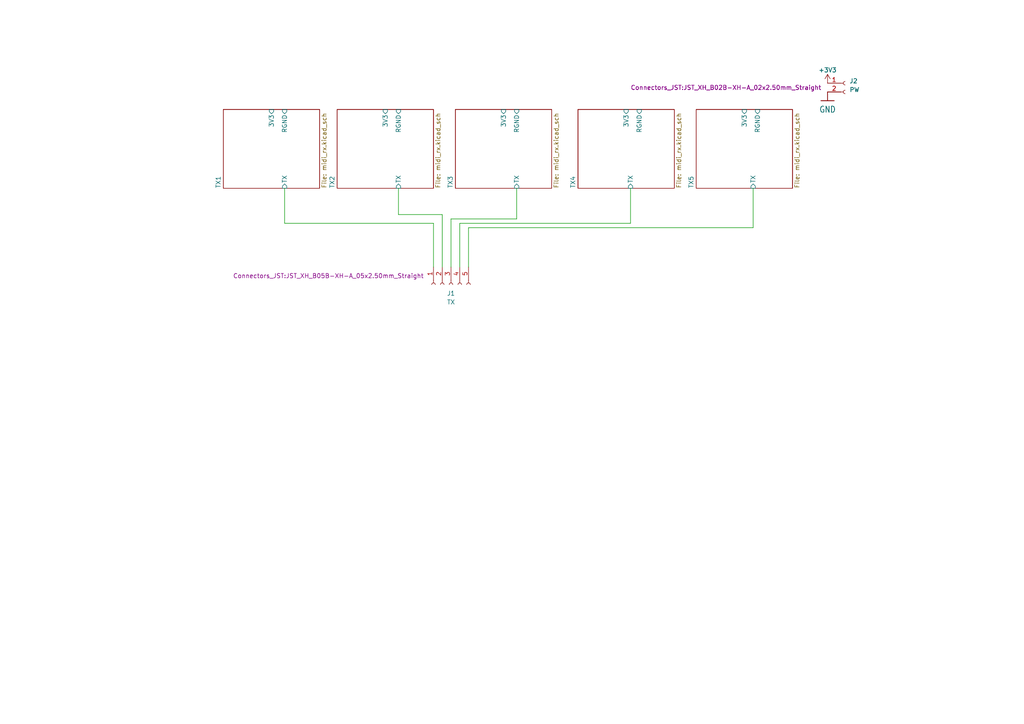
<source format=kicad_sch>
(kicad_sch (version 20230121) (generator eeschema)
  (paper "A4")
  (lib_symbols
    (symbol "Adafruit MIDI FeatherWing-eagle-import:GND" (power)
      (property "Value" "GND" (at -2.54 -2.54 0))
      (symbol "GND_1_0"
        (polyline (pts (xy -1.905 0) (xy 1.905 0)) (stroke (width 0.254)))
        (pin power_in line (at 0 2.54 270) (length 2.54) (name "GND") (number "1"))
      )
    )
    (symbol "Connector:Conn_01x02_Socket" (pin_names (offset 1.016) hide)
      (property "Reference" "J" (at 0 2.54 0))
      (property "Value" "Conn_01x02_Socket" (at 0 -5.08 0))
      (symbol "Conn_01x02_Socket_1_1"
        (arc (start 0 -2.032) (mid -0.5058 -2.54) (end 0 -3.048) (stroke (width 0.1524)))
        (polyline (pts (xy -1.27 -2.54) (xy -0.508 -2.54)) (stroke (width 0.1524)))
        (polyline (pts (xy -1.27 0) (xy -0.508 0)) (stroke (width 0.1524)))
        (arc (start 0 0.508) (mid -0.5058 0) (end 0 -0.508) (stroke (width 0.1524)))
        (pin passive line (at -5.08 0 0) (length 3.81) (name "Pin_1") (number "1"))
        (pin passive line (at -5.08 -2.54 0) (length 3.81) (name "Pin_2") (number "2"))
      )
    )
    (symbol "Connector:Conn_01x05_Socket" (pin_names (offset 1.016) hide)
      (property "Reference" "J" (at 0 7.62 0))
      (property "Value" "Conn_01x05_Socket" (at 0 -7.62 0))
      (symbol "Conn_01x05_Socket_1_1"
        (arc (start 0 -4.572) (mid -0.5058 -5.08) (end 0 -5.588) (stroke (width 0.1524)))
        (arc (start 0 -2.032) (mid -0.5058 -2.54) (end 0 -3.048) (stroke (width 0.1524)))
        (polyline (pts (xy -1.27 -5.08) (xy -0.508 -5.08)) (stroke (width 0.1524)))
        (polyline (pts (xy -1.27 -2.54) (xy -0.508 -2.54)) (stroke (width 0.1524)))
        (polyline (pts (xy -1.27 0) (xy -0.508 0)) (stroke (width 0.1524)))
        (polyline (pts (xy -1.27 2.54) (xy -0.508 2.54)) (stroke (width 0.1524)))
        (polyline (pts (xy -1.27 5.08) (xy -0.508 5.08)) (stroke (width 0.1524)))
        (arc (start 0 0.508) (mid -0.5058 0) (end 0 -0.508) (stroke (width 0.1524)))
        (arc (start 0 3.048) (mid -0.5058 2.54) (end 0 2.032) (stroke (width 0.1524)))
        (arc (start 0 5.588) (mid -0.5058 5.08) (end 0 4.572) (stroke (width 0.1524)))
        (pin passive line (at -5.08 5.08 0) (length 3.81) (name "Pin_1") (number "1"))
        (pin passive line (at -5.08 2.54 0) (length 3.81) (name "Pin_2") (number "2"))
        (pin passive line (at -5.08 0 0) (length 3.81) (name "Pin_3") (number "3"))
        (pin passive line (at -5.08 -2.54 0) (length 3.81) (name "Pin_4") (number "4"))
        (pin passive line (at -5.08 -5.08 0) (length 3.81) (name "Pin_5") (number "5"))
      )
    )
    (symbol "power:+3V3" (power) (pin_names (offset 0))
      (property "Value" "+3V3" (at 0 3.556 0))
      (symbol "+3V3_0_1"
        (polyline (pts (xy -0.762 1.27) (xy 0 2.54)))
        (polyline (pts (xy 0 0) (xy 0 2.54)))
        (polyline (pts (xy 0 2.54) (xy 0.762 1.27)))
      )
      (symbol "+3V3_1_1"
        (pin power_in line (at 0 0 90) (length 0) hide (name "+3V3") (number "1"))
      )
    )
  )
  (wire (pts (xy 115.57 62.23) (xy 128.27 62.23)))
  (wire (pts (xy 218.44 66.04) (xy 135.89 66.04)))
  (wire (pts (xy 115.57 54.61) (xy 115.57 62.23)))
  (wire (pts (xy 218.44 54.61) (xy 218.44 66.04)))
  (wire (pts (xy 133.35 64.77) (xy 133.35 77.47)))
  (wire (pts (xy 182.88 54.61) (xy 182.88 64.77)))
  (wire (pts (xy 82.55 64.77) (xy 125.73 64.77)))
  (wire (pts (xy 182.88 64.77) (xy 133.35 64.77)))
  (wire (pts (xy 128.27 62.23) (xy 128.27 77.47)))
  (wire (pts (xy 130.81 63.5) (xy 130.81 77.47)))
  (wire (pts (xy 149.86 63.5) (xy 130.81 63.5)))
  (wire (pts (xy 149.86 54.61) (xy 149.86 63.5)))
  (wire (pts (xy 82.55 54.61) (xy 82.55 64.77)))
  (wire (pts (xy 135.89 66.04) (xy 135.89 77.47)))
  (wire (pts (xy 125.73 64.77) (xy 125.73 77.47)))
  (symbol (lib_id "Adafruit MIDI FeatherWing-eagle-import:GND") (at 240.03 29.21 0) (unit 1)
    (property "Reference" "#GND01" (effects hide))
    (property "Value" "GND" (at 240.03 31.75 0) (effects (font (size 1.778 1.5113))))
    (property "Footprint" "Adafruit MIDI FeatherWing:" (effects hide))
  )
  (symbol (lib_id "power:+3V3") (at 240.03 24.13 0) (unit 1)
    (property "Reference" "#PWR01" (effects hide))
    (property "Value" "+3V3" (at 240.03 20.32 0))
  )
  (symbol (lib_id "Connector:Conn_01x02_Socket") (at 245.11 24.13 0) (unit 1)
    (property "Reference" "J2" (at 246.38 23.495 0) (effects (justify left)))
    (property "Value" "PW" (at 246.38 26.035 0) (effects (justify left)))
    (property "Footprint" "Connectors_JST:JST_XH_B02B-XH-A_02x2.50mm_Straight" (at 182.88 25.4 0) (effects (justify left)))
  )
  (symbol (lib_id "Connector:Conn_01x05_Socket") (at 130.81 82.55 90) (mirror x) (unit 1)
    (property "Reference" "J1" (at 130.81 85.09 90))
    (property "Value" "TX" (at 130.81 87.63 90))
    (property "Footprint" "Connectors_JST:JST_XH_B05B-XH-A_05x2.50mm_Straight" (at 95.25 80.01 90))
  )
  (sheet (at 97.79 31.75) (size 27.94 22.86) (stroke (width 0.1524))
    (property "Sheetname" "TX2" (at 97.0784 54.61 90) (effects (justify left bottom)))
    (property "Sheetfile" "midi_rx.kicad_sch" (at 126.3146 54.61 90) (effects (justify left top)))
    (pin "3V3" input (at 111.76 31.75 90))
    (pin "RGND" input (at 115.57 31.75 90))
    (pin "TX" input (at 115.57 54.61 270))
  )
  (sheet (at 201.93 31.75) (size 27.94 22.86) (stroke (width 0.1524))
    (property "Sheetname" "TX5" (at 201.2184 54.61 90) (effects (justify left bottom)))
    (property "Sheetfile" "midi_rx.kicad_sch" (at 230.4546 54.61 90) (effects (justify left top)))
    (pin "3V3" input (at 215.9 31.75 90))
    (pin "RGND" input (at 219.71 31.75 90))
    (pin "TX" input (at 218.44 54.61 270))
  )
  (sheet (at 167.64 31.75) (size 27.94 22.86) (stroke (width 0.1524))
    (property "Sheetname" "TX4" (at 166.9284 54.61 90) (effects (justify left bottom)))
    (property "Sheetfile" "midi_rx.kicad_sch" (at 196.1646 54.61 90) (effects (justify left top)))
    (pin "3V3" input (at 181.61 31.75 90))
    (pin "RGND" input (at 185.42 31.75 90))
    (pin "TX" input (at 182.88 54.61 270))
  )
  (sheet (at 64.77 31.75) (size 27.94 22.86) (stroke (width 0.1524))
    (property "Sheetname" "TX1" (at 64.0584 54.61 90) (effects (justify left bottom)))
    (property "Sheetfile" "midi_rx.kicad_sch" (at 93.2946 54.61 90) (effects (justify left top)))
    (pin "3V3" input (at 78.74 31.75 90))
    (pin "RGND" input (at 82.55 31.75 90))
    (pin "TX" input (at 82.55 54.61 270))
  )
  (sheet (at 132.08 31.75) (size 27.94 22.86) (stroke (width 0.1524))
    (property "Sheetname" "TX3" (at 131.3684 54.61 90) (effects (justify left bottom)))
    (property "Sheetfile" "midi_rx.kicad_sch" (at 160.6046 54.61 90) (effects (justify left top)))
    (pin "3V3" input (at 146.05 31.75 90))
    (pin "RGND" input (at 149.86 31.75 90))
    (pin "TX" input (at 149.86 54.61 270))
  )
)
</source>
